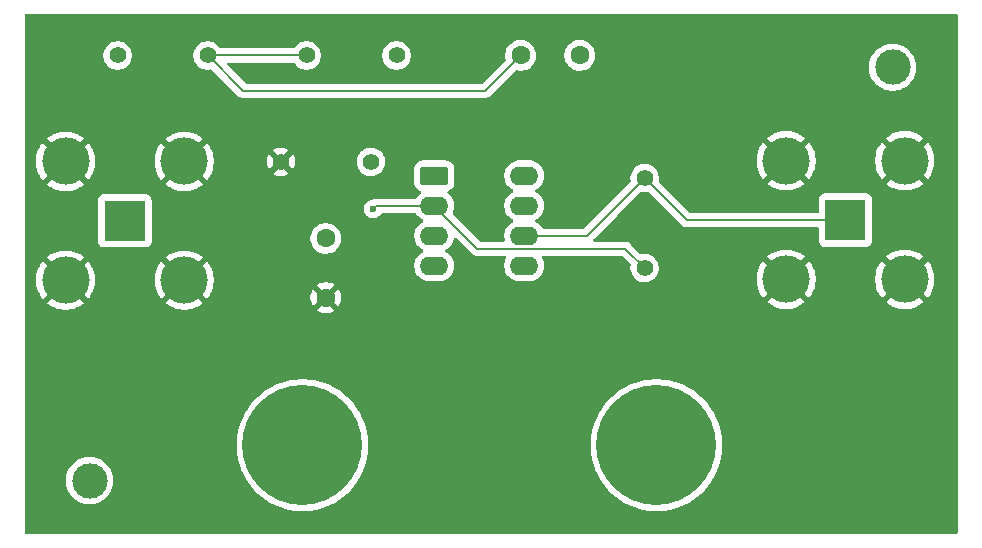
<source format=gbl>
%TF.GenerationSoftware,KiCad,Pcbnew,9.0.2*%
%TF.CreationDate,2025-05-26T17:46:23-04:00*%
%TF.ProjectId,Second_Order_Low_Pass_Filter_Ac,5365636f-6e64-45f4-9f72-6465725f4c6f,rev?*%
%TF.SameCoordinates,Original*%
%TF.FileFunction,Copper,L2,Bot*%
%TF.FilePolarity,Positive*%
%FSLAX46Y46*%
G04 Gerber Fmt 4.6, Leading zero omitted, Abs format (unit mm)*
G04 Created by KiCad (PCBNEW 9.0.2) date 2025-05-26 17:46:23*
%MOMM*%
%LPD*%
G01*
G04 APERTURE LIST*
G04 Aperture macros list*
%AMRoundRect*
0 Rectangle with rounded corners*
0 $1 Rounding radius*
0 $2 $3 $4 $5 $6 $7 $8 $9 X,Y pos of 4 corners*
0 Add a 4 corners polygon primitive as box body*
4,1,4,$2,$3,$4,$5,$6,$7,$8,$9,$2,$3,0*
0 Add four circle primitives for the rounded corners*
1,1,$1+$1,$2,$3*
1,1,$1+$1,$4,$5*
1,1,$1+$1,$6,$7*
1,1,$1+$1,$8,$9*
0 Add four rect primitives between the rounded corners*
20,1,$1+$1,$2,$3,$4,$5,0*
20,1,$1+$1,$4,$5,$6,$7,0*
20,1,$1+$1,$6,$7,$8,$9,0*
20,1,$1+$1,$8,$9,$2,$3,0*%
G04 Aperture macros list end*
%TA.AperFunction,ComponentPad*%
%ADD10C,3.000000*%
%TD*%
%TA.AperFunction,ComponentPad*%
%ADD11C,10.160000*%
%TD*%
%TA.AperFunction,ComponentPad*%
%ADD12RoundRect,0.250000X-0.950000X-0.550000X0.950000X-0.550000X0.950000X0.550000X-0.950000X0.550000X0*%
%TD*%
%TA.AperFunction,ComponentPad*%
%ADD13O,2.400000X1.600000*%
%TD*%
%TA.AperFunction,ComponentPad*%
%ADD14C,1.400000*%
%TD*%
%TA.AperFunction,ComponentPad*%
%ADD15R,3.500000X3.500000*%
%TD*%
%TA.AperFunction,ComponentPad*%
%ADD16C,4.000000*%
%TD*%
%TA.AperFunction,ComponentPad*%
%ADD17C,1.600000*%
%TD*%
%TA.AperFunction,ViaPad*%
%ADD18C,0.600000*%
%TD*%
%TA.AperFunction,Conductor*%
%ADD19C,0.200000*%
%TD*%
G04 APERTURE END LIST*
D10*
%TO.P,REF\u002A\u002A,1*%
%TO.N,N/C*%
X184000000Y-80000000D03*
%TD*%
%TO.P,REF\u002A\u002A,1*%
%TO.N,N/C*%
X116000000Y-115000000D03*
%TD*%
D11*
%TO.P,J3,1,Pin_1*%
%TO.N,+10V*%
X164000000Y-112000000D03*
%TO.P,J3,2,Pin_2*%
%TO.N,-10V*%
X134030000Y-112000000D03*
%TD*%
D12*
%TO.P,U1,1,NULL*%
%TO.N,unconnected-(U1-NULL-Pad1)*%
X145190000Y-89190000D03*
D13*
%TO.P,U1,2,-*%
%TO.N,Net-(U1--)*%
X145190000Y-91730000D03*
%TO.P,U1,3,+*%
%TO.N,Net-(U1-+)*%
X145190000Y-94270000D03*
%TO.P,U1,4,V-*%
%TO.N,-10V*%
X145190000Y-96810000D03*
%TO.P,U1,5,NULL*%
%TO.N,unconnected-(U1-NULL-Pad5)*%
X152810000Y-96810000D03*
%TO.P,U1,6*%
%TO.N,Net-(J2-In)*%
X152810000Y-94270000D03*
%TO.P,U1,7,V+*%
%TO.N,+10V*%
X152810000Y-91730000D03*
%TO.P,U1,8,NC*%
%TO.N,unconnected-(U1-NC-Pad8)*%
X152810000Y-89190000D03*
%TD*%
D14*
%TO.P,R4,1*%
%TO.N,GND*%
X132190000Y-88000000D03*
%TO.P,R4,2*%
%TO.N,Net-(U1--)*%
X139810000Y-88000000D03*
%TD*%
%TO.P,R3,1*%
%TO.N,Net-(U1--)*%
X163000000Y-97000000D03*
%TO.P,R3,2*%
%TO.N,Net-(J2-In)*%
X163000000Y-89380000D03*
%TD*%
%TO.P,R2,1*%
%TO.N,Net-(C1-Pad2)*%
X134380000Y-79000000D03*
%TO.P,R2,2*%
%TO.N,Net-(U1-+)*%
X142000000Y-79000000D03*
%TD*%
%TO.P,R1,1*%
%TO.N,Net-(J1-In)*%
X118380000Y-79000000D03*
%TO.P,R1,2*%
%TO.N,Net-(C1-Pad2)*%
X126000000Y-79000000D03*
%TD*%
D15*
%TO.P,J2,1,In*%
%TO.N,Net-(J2-In)*%
X180000000Y-92935000D03*
D16*
%TO.P,J2,2,Ext*%
%TO.N,GND*%
X185025000Y-87910000D03*
X174975000Y-87910000D03*
X185025000Y-97960000D03*
X174975000Y-97960000D03*
%TD*%
D15*
%TO.P,J1,1,In*%
%TO.N,Net-(J1-In)*%
X119000000Y-93000000D03*
D16*
%TO.P,J1,2,Ext*%
%TO.N,GND*%
X113975000Y-98025000D03*
X124025000Y-98025000D03*
X113975000Y-87975000D03*
X124025000Y-87975000D03*
%TD*%
D17*
%TO.P,C2,1*%
%TO.N,Net-(U1-+)*%
X136000000Y-94500000D03*
%TO.P,C2,2*%
%TO.N,GND*%
X136000000Y-99500000D03*
%TD*%
%TO.P,C1,1*%
%TO.N,Net-(J2-In)*%
X157500000Y-79000000D03*
%TO.P,C1,2*%
%TO.N,Net-(C1-Pad2)*%
X152500000Y-79000000D03*
%TD*%
D18*
%TO.N,Net-(U1--)*%
X140000000Y-92000000D03*
%TD*%
D19*
%TO.N,Net-(U1--)*%
X145190000Y-91730000D02*
X140270000Y-91730000D01*
X140270000Y-91730000D02*
X140000000Y-92000000D01*
X145190000Y-91730000D02*
X148831000Y-95371000D01*
X161371000Y-95371000D02*
X163000000Y-97000000D01*
X148831000Y-95371000D02*
X161371000Y-95371000D01*
%TO.N,Net-(J2-In)*%
X152810000Y-94270000D02*
X158110000Y-94270000D01*
X158110000Y-94270000D02*
X163000000Y-89380000D01*
X163000000Y-89380000D02*
X166555000Y-92935000D01*
X166555000Y-92935000D02*
X180000000Y-92935000D01*
%TO.N,Net-(C1-Pad2)*%
X126000000Y-79000000D02*
X129000000Y-82000000D01*
X129000000Y-82000000D02*
X149500000Y-82000000D01*
X149500000Y-82000000D02*
X152500000Y-79000000D01*
X126000000Y-79000000D02*
X134380000Y-79000000D01*
%TD*%
%TA.AperFunction,Conductor*%
%TO.N,GND*%
G36*
X189442539Y-75520185D02*
G01*
X189488294Y-75572989D01*
X189499500Y-75624500D01*
X189499500Y-119375500D01*
X189479815Y-119442539D01*
X189427011Y-119488294D01*
X189375500Y-119499500D01*
X110624500Y-119499500D01*
X110557461Y-119479815D01*
X110511706Y-119427011D01*
X110500500Y-119375500D01*
X110500500Y-114868872D01*
X113999500Y-114868872D01*
X113999500Y-115131127D01*
X114026123Y-115333339D01*
X114033730Y-115391116D01*
X114101602Y-115644418D01*
X114101605Y-115644428D01*
X114201953Y-115886690D01*
X114201958Y-115886700D01*
X114333075Y-116113803D01*
X114492718Y-116321851D01*
X114492726Y-116321860D01*
X114678140Y-116507274D01*
X114678148Y-116507281D01*
X114886196Y-116666924D01*
X115113299Y-116798041D01*
X115113309Y-116798046D01*
X115293591Y-116872721D01*
X115355581Y-116898398D01*
X115608884Y-116966270D01*
X115868880Y-117000500D01*
X115868887Y-117000500D01*
X116131113Y-117000500D01*
X116131120Y-117000500D01*
X116391116Y-116966270D01*
X116644419Y-116898398D01*
X116886697Y-116798043D01*
X117113803Y-116666924D01*
X117321851Y-116507282D01*
X117321855Y-116507277D01*
X117321860Y-116507274D01*
X117507274Y-116321860D01*
X117507277Y-116321855D01*
X117507282Y-116321851D01*
X117666924Y-116113803D01*
X117798043Y-115886697D01*
X117898398Y-115644419D01*
X117966270Y-115391116D01*
X118000500Y-115131120D01*
X118000500Y-114868880D01*
X117966270Y-114608884D01*
X117898398Y-114355581D01*
X117891171Y-114338133D01*
X117798046Y-114113309D01*
X117798041Y-114113299D01*
X117666924Y-113886196D01*
X117507281Y-113678148D01*
X117507274Y-113678140D01*
X117321860Y-113492726D01*
X117321851Y-113492718D01*
X117113803Y-113333075D01*
X116886700Y-113201958D01*
X116886690Y-113201953D01*
X116644428Y-113101605D01*
X116644421Y-113101603D01*
X116644419Y-113101602D01*
X116391116Y-113033730D01*
X116333339Y-113026123D01*
X116131127Y-112999500D01*
X116131120Y-112999500D01*
X115868880Y-112999500D01*
X115868872Y-112999500D01*
X115637772Y-113029926D01*
X115608884Y-113033730D01*
X115400601Y-113089539D01*
X115355581Y-113101602D01*
X115355571Y-113101605D01*
X115113309Y-113201953D01*
X115113299Y-113201958D01*
X114886196Y-113333075D01*
X114678148Y-113492718D01*
X114492718Y-113678148D01*
X114333075Y-113886196D01*
X114201958Y-114113299D01*
X114201953Y-114113309D01*
X114101605Y-114355571D01*
X114101602Y-114355581D01*
X114033730Y-114608885D01*
X113999500Y-114868872D01*
X110500500Y-114868872D01*
X110500500Y-111780736D01*
X128449500Y-111780736D01*
X128449500Y-112219263D01*
X128483905Y-112656424D01*
X128483905Y-112656425D01*
X128552503Y-113089539D01*
X128649298Y-113492718D01*
X128654874Y-113515942D01*
X128654878Y-113515953D01*
X128790380Y-113932991D01*
X128865071Y-114113309D01*
X128958197Y-114338133D01*
X129157279Y-114728855D01*
X129157286Y-114728868D01*
X129157289Y-114728873D01*
X129386397Y-115102742D01*
X129386402Y-115102749D01*
X129386404Y-115102752D01*
X129407020Y-115131127D01*
X129644151Y-115457512D01*
X129644161Y-115457526D01*
X129928945Y-115790963D01*
X129928951Y-115790970D01*
X130239030Y-116101049D01*
X130239036Y-116101054D01*
X130572473Y-116385838D01*
X130572480Y-116385843D01*
X130927248Y-116643596D01*
X130927252Y-116643598D01*
X130927257Y-116643602D01*
X131301126Y-116872710D01*
X131301131Y-116872713D01*
X131301136Y-116872715D01*
X131301145Y-116872721D01*
X131691867Y-117071803D01*
X132097003Y-117239617D01*
X132097008Y-117239619D01*
X132203050Y-117274073D01*
X132514058Y-117375126D01*
X132940458Y-117477496D01*
X133373576Y-117546095D01*
X133810742Y-117580500D01*
X133810750Y-117580500D01*
X134249250Y-117580500D01*
X134249258Y-117580500D01*
X134686424Y-117546095D01*
X135119542Y-117477496D01*
X135545942Y-117375126D01*
X135962997Y-117239617D01*
X136368133Y-117071803D01*
X136758855Y-116872721D01*
X137132752Y-116643596D01*
X137487520Y-116385843D01*
X137820970Y-116101049D01*
X138131049Y-115790970D01*
X138415843Y-115457520D01*
X138673596Y-115102752D01*
X138902721Y-114728855D01*
X139101803Y-114338133D01*
X139269617Y-113932997D01*
X139405126Y-113515942D01*
X139507496Y-113089542D01*
X139576095Y-112656424D01*
X139610500Y-112219258D01*
X139610500Y-111780742D01*
X139610500Y-111780736D01*
X158419500Y-111780736D01*
X158419500Y-112219263D01*
X158453905Y-112656424D01*
X158453905Y-112656425D01*
X158522503Y-113089539D01*
X158619298Y-113492718D01*
X158624874Y-113515942D01*
X158624878Y-113515953D01*
X158760380Y-113932991D01*
X158835071Y-114113309D01*
X158928197Y-114338133D01*
X159127279Y-114728855D01*
X159127286Y-114728868D01*
X159127289Y-114728873D01*
X159356397Y-115102742D01*
X159356402Y-115102749D01*
X159356404Y-115102752D01*
X159377020Y-115131127D01*
X159614151Y-115457512D01*
X159614161Y-115457526D01*
X159898945Y-115790963D01*
X159898951Y-115790970D01*
X160209030Y-116101049D01*
X160209036Y-116101054D01*
X160542473Y-116385838D01*
X160542480Y-116385843D01*
X160897248Y-116643596D01*
X160897252Y-116643598D01*
X160897257Y-116643602D01*
X161271126Y-116872710D01*
X161271131Y-116872713D01*
X161271136Y-116872715D01*
X161271145Y-116872721D01*
X161661867Y-117071803D01*
X162067003Y-117239617D01*
X162067008Y-117239619D01*
X162173050Y-117274073D01*
X162484058Y-117375126D01*
X162910458Y-117477496D01*
X163343576Y-117546095D01*
X163780742Y-117580500D01*
X163780750Y-117580500D01*
X164219250Y-117580500D01*
X164219258Y-117580500D01*
X164656424Y-117546095D01*
X165089542Y-117477496D01*
X165515942Y-117375126D01*
X165932997Y-117239617D01*
X166338133Y-117071803D01*
X166728855Y-116872721D01*
X167102752Y-116643596D01*
X167457520Y-116385843D01*
X167790970Y-116101049D01*
X168101049Y-115790970D01*
X168385843Y-115457520D01*
X168643596Y-115102752D01*
X168872721Y-114728855D01*
X169071803Y-114338133D01*
X169239617Y-113932997D01*
X169375126Y-113515942D01*
X169477496Y-113089542D01*
X169546095Y-112656424D01*
X169580500Y-112219258D01*
X169580500Y-111780742D01*
X169546095Y-111343576D01*
X169477496Y-110910458D01*
X169375126Y-110484058D01*
X169239617Y-110067003D01*
X169071803Y-109661867D01*
X168872721Y-109271145D01*
X168872715Y-109271136D01*
X168872713Y-109271131D01*
X168872710Y-109271126D01*
X168643602Y-108897257D01*
X168643598Y-108897252D01*
X168643596Y-108897248D01*
X168385843Y-108542480D01*
X168385838Y-108542473D01*
X168101054Y-108209036D01*
X168101049Y-108209030D01*
X167790970Y-107898951D01*
X167790963Y-107898945D01*
X167457526Y-107614161D01*
X167457512Y-107614151D01*
X167102753Y-107356405D01*
X167102742Y-107356397D01*
X166728873Y-107127289D01*
X166728868Y-107127286D01*
X166728858Y-107127281D01*
X166728855Y-107127279D01*
X166338133Y-106928197D01*
X166338119Y-106928191D01*
X165932991Y-106760380D01*
X165636256Y-106663966D01*
X165515942Y-106624874D01*
X165515930Y-106624871D01*
X165089539Y-106522503D01*
X164656425Y-106453905D01*
X164219263Y-106419500D01*
X164219258Y-106419500D01*
X163780742Y-106419500D01*
X163780736Y-106419500D01*
X163343575Y-106453905D01*
X163343574Y-106453905D01*
X162910460Y-106522503D01*
X162484069Y-106624871D01*
X162484063Y-106624872D01*
X162484058Y-106624874D01*
X162484046Y-106624878D01*
X162067008Y-106760380D01*
X161661880Y-106928191D01*
X161661867Y-106928197D01*
X161271131Y-107127286D01*
X161271126Y-107127289D01*
X160897257Y-107356397D01*
X160897246Y-107356405D01*
X160542487Y-107614151D01*
X160542473Y-107614161D01*
X160209036Y-107898945D01*
X160209022Y-107898958D01*
X159898958Y-108209022D01*
X159898945Y-108209036D01*
X159614161Y-108542473D01*
X159614151Y-108542487D01*
X159356405Y-108897246D01*
X159356397Y-108897257D01*
X159127289Y-109271126D01*
X159127286Y-109271131D01*
X158928197Y-109661867D01*
X158928191Y-109661880D01*
X158760380Y-110067008D01*
X158624878Y-110484046D01*
X158624871Y-110484069D01*
X158522503Y-110910460D01*
X158453905Y-111343574D01*
X158453905Y-111343575D01*
X158419500Y-111780736D01*
X139610500Y-111780736D01*
X139576095Y-111343576D01*
X139507496Y-110910458D01*
X139405126Y-110484058D01*
X139269617Y-110067003D01*
X139101803Y-109661867D01*
X138902721Y-109271145D01*
X138902715Y-109271136D01*
X138902713Y-109271131D01*
X138902710Y-109271126D01*
X138673602Y-108897257D01*
X138673598Y-108897252D01*
X138673596Y-108897248D01*
X138415843Y-108542480D01*
X138415838Y-108542473D01*
X138131054Y-108209036D01*
X138131049Y-108209030D01*
X137820970Y-107898951D01*
X137820963Y-107898945D01*
X137487526Y-107614161D01*
X137487512Y-107614151D01*
X137132753Y-107356405D01*
X137132742Y-107356397D01*
X136758873Y-107127289D01*
X136758868Y-107127286D01*
X136758858Y-107127281D01*
X136758855Y-107127279D01*
X136368133Y-106928197D01*
X136368119Y-106928191D01*
X135962991Y-106760380D01*
X135666256Y-106663966D01*
X135545942Y-106624874D01*
X135545930Y-106624871D01*
X135119539Y-106522503D01*
X134686425Y-106453905D01*
X134249263Y-106419500D01*
X134249258Y-106419500D01*
X133810742Y-106419500D01*
X133810736Y-106419500D01*
X133373575Y-106453905D01*
X133373574Y-106453905D01*
X132940460Y-106522503D01*
X132514069Y-106624871D01*
X132514063Y-106624872D01*
X132514058Y-106624874D01*
X132514046Y-106624878D01*
X132097008Y-106760380D01*
X131691880Y-106928191D01*
X131691867Y-106928197D01*
X131301131Y-107127286D01*
X131301126Y-107127289D01*
X130927257Y-107356397D01*
X130927246Y-107356405D01*
X130572487Y-107614151D01*
X130572473Y-107614161D01*
X130239036Y-107898945D01*
X130239022Y-107898958D01*
X129928958Y-108209022D01*
X129928945Y-108209036D01*
X129644161Y-108542473D01*
X129644151Y-108542487D01*
X129386405Y-108897246D01*
X129386397Y-108897257D01*
X129157289Y-109271126D01*
X129157286Y-109271131D01*
X128958197Y-109661867D01*
X128958191Y-109661880D01*
X128790380Y-110067008D01*
X128654878Y-110484046D01*
X128654871Y-110484069D01*
X128552503Y-110910460D01*
X128483905Y-111343574D01*
X128483905Y-111343575D01*
X128449500Y-111780736D01*
X110500500Y-111780736D01*
X110500500Y-97884598D01*
X111475000Y-97884598D01*
X111475000Y-98165401D01*
X111506437Y-98444412D01*
X111506439Y-98444424D01*
X111568921Y-98718178D01*
X111568922Y-98718180D01*
X111661662Y-98983217D01*
X111783492Y-99236200D01*
X111932884Y-99473956D01*
X112039187Y-99607257D01*
X113297421Y-98349024D01*
X113310359Y-98380258D01*
X113392437Y-98503097D01*
X113496903Y-98607563D01*
X113619742Y-98689641D01*
X113650975Y-98702578D01*
X112392741Y-99960810D01*
X112392741Y-99960811D01*
X112526043Y-100067115D01*
X112763799Y-100216507D01*
X113016782Y-100338337D01*
X113281819Y-100431077D01*
X113281821Y-100431078D01*
X113555575Y-100493560D01*
X113555587Y-100493562D01*
X113834598Y-100524999D01*
X113834600Y-100525000D01*
X114115400Y-100525000D01*
X114115401Y-100524999D01*
X114394412Y-100493562D01*
X114394424Y-100493560D01*
X114668178Y-100431078D01*
X114668180Y-100431077D01*
X114933217Y-100338337D01*
X115186200Y-100216507D01*
X115423956Y-100067116D01*
X115557257Y-99960810D01*
X114299024Y-98702578D01*
X114330258Y-98689641D01*
X114453097Y-98607563D01*
X114557563Y-98503097D01*
X114639641Y-98380258D01*
X114652578Y-98349025D01*
X115910810Y-99607257D01*
X116017116Y-99473956D01*
X116166507Y-99236200D01*
X116288337Y-98983217D01*
X116381077Y-98718180D01*
X116381078Y-98718178D01*
X116443560Y-98444424D01*
X116443562Y-98444412D01*
X116474999Y-98165401D01*
X116475000Y-98165399D01*
X116475000Y-97884600D01*
X116474999Y-97884598D01*
X121525000Y-97884598D01*
X121525000Y-98165401D01*
X121556437Y-98444412D01*
X121556439Y-98444424D01*
X121618921Y-98718178D01*
X121618922Y-98718180D01*
X121711662Y-98983217D01*
X121833492Y-99236200D01*
X121982884Y-99473956D01*
X122089187Y-99607257D01*
X123347421Y-98349024D01*
X123360359Y-98380258D01*
X123442437Y-98503097D01*
X123546903Y-98607563D01*
X123669742Y-98689641D01*
X123700975Y-98702578D01*
X122442741Y-99960810D01*
X122442741Y-99960811D01*
X122576043Y-100067115D01*
X122813799Y-100216507D01*
X123066782Y-100338337D01*
X123331819Y-100431077D01*
X123331821Y-100431078D01*
X123605575Y-100493560D01*
X123605587Y-100493562D01*
X123884598Y-100524999D01*
X123884600Y-100525000D01*
X124165400Y-100525000D01*
X124165401Y-100524999D01*
X124444412Y-100493562D01*
X124444424Y-100493560D01*
X124718178Y-100431078D01*
X124718180Y-100431077D01*
X124763631Y-100415173D01*
X124763633Y-100415173D01*
X124983219Y-100338336D01*
X125236200Y-100216507D01*
X125473956Y-100067116D01*
X125607257Y-99960810D01*
X124349024Y-98702578D01*
X124380258Y-98689641D01*
X124503097Y-98607563D01*
X124607563Y-98503097D01*
X124689641Y-98380258D01*
X124702578Y-98349024D01*
X125960810Y-99607257D01*
X126067116Y-99473956D01*
X126115042Y-99397682D01*
X134700000Y-99397682D01*
X134700000Y-99602317D01*
X134732009Y-99804417D01*
X134795244Y-99999031D01*
X134888141Y-100181350D01*
X134888147Y-100181359D01*
X134920523Y-100225921D01*
X134920524Y-100225922D01*
X135600000Y-99546446D01*
X135600000Y-99552661D01*
X135627259Y-99654394D01*
X135679920Y-99745606D01*
X135754394Y-99820080D01*
X135845606Y-99872741D01*
X135947339Y-99900000D01*
X135953553Y-99900000D01*
X135274076Y-100579474D01*
X135318650Y-100611859D01*
X135500968Y-100704755D01*
X135695582Y-100767990D01*
X135897683Y-100800000D01*
X136102317Y-100800000D01*
X136304417Y-100767990D01*
X136499031Y-100704755D01*
X136681349Y-100611859D01*
X136725921Y-100579474D01*
X136046447Y-99900000D01*
X136052661Y-99900000D01*
X136154394Y-99872741D01*
X136245606Y-99820080D01*
X136320080Y-99745606D01*
X136372741Y-99654394D01*
X136400000Y-99552661D01*
X136400000Y-99546447D01*
X137079474Y-100225921D01*
X137111859Y-100181349D01*
X137204755Y-99999031D01*
X137266487Y-99809045D01*
X137267989Y-99804419D01*
X137267989Y-99804418D01*
X137300000Y-99602317D01*
X137300000Y-99397682D01*
X137267990Y-99195582D01*
X137204755Y-99000968D01*
X137111859Y-98818650D01*
X137079474Y-98774077D01*
X137079474Y-98774076D01*
X136400000Y-99453551D01*
X136400000Y-99447339D01*
X136372741Y-99345606D01*
X136320080Y-99254394D01*
X136245606Y-99179920D01*
X136154394Y-99127259D01*
X136052661Y-99100000D01*
X136046446Y-99100000D01*
X136725922Y-98420524D01*
X136725921Y-98420523D01*
X136681359Y-98388147D01*
X136681350Y-98388141D01*
X136499031Y-98295244D01*
X136304417Y-98232009D01*
X136102317Y-98200000D01*
X135897683Y-98200000D01*
X135695582Y-98232009D01*
X135500968Y-98295244D01*
X135318644Y-98388143D01*
X135274077Y-98420523D01*
X135274077Y-98420524D01*
X135953554Y-99100000D01*
X135947339Y-99100000D01*
X135845606Y-99127259D01*
X135754394Y-99179920D01*
X135679920Y-99254394D01*
X135627259Y-99345606D01*
X135600000Y-99447339D01*
X135600000Y-99453553D01*
X134920524Y-98774077D01*
X134920523Y-98774077D01*
X134888143Y-98818644D01*
X134795244Y-99000968D01*
X134732009Y-99195582D01*
X134700000Y-99397682D01*
X126115042Y-99397682D01*
X126159553Y-99326844D01*
X126159554Y-99326842D01*
X126216504Y-99236205D01*
X126216505Y-99236204D01*
X126338337Y-98983217D01*
X126431077Y-98718180D01*
X126431078Y-98718178D01*
X126493560Y-98444427D01*
X126493563Y-98444409D01*
X126524999Y-98165401D01*
X126525000Y-98165399D01*
X126525000Y-97884600D01*
X126524999Y-97884598D01*
X126493562Y-97605587D01*
X126493560Y-97605575D01*
X126431078Y-97331821D01*
X126431077Y-97331819D01*
X126338337Y-97066782D01*
X126216507Y-96813799D01*
X126067115Y-96576043D01*
X125960810Y-96442741D01*
X124702578Y-97700974D01*
X124689641Y-97669742D01*
X124607563Y-97546903D01*
X124503097Y-97442437D01*
X124380258Y-97360359D01*
X124349024Y-97347421D01*
X125607257Y-96089187D01*
X125473956Y-95982884D01*
X125236200Y-95833492D01*
X124983217Y-95711662D01*
X124718180Y-95618922D01*
X124718178Y-95618921D01*
X124444424Y-95556439D01*
X124444412Y-95556437D01*
X124165401Y-95525000D01*
X123884598Y-95525000D01*
X123605587Y-95556437D01*
X123605575Y-95556439D01*
X123331821Y-95618921D01*
X123331819Y-95618922D01*
X123066782Y-95711662D01*
X122813799Y-95833492D01*
X122576043Y-95982884D01*
X122442741Y-96089187D01*
X123700975Y-97347421D01*
X123669742Y-97360359D01*
X123546903Y-97442437D01*
X123442437Y-97546903D01*
X123360359Y-97669742D01*
X123347421Y-97700974D01*
X122089187Y-96442741D01*
X121982884Y-96576043D01*
X121833492Y-96813799D01*
X121711662Y-97066782D01*
X121618922Y-97331819D01*
X121618921Y-97331821D01*
X121556439Y-97605575D01*
X121556437Y-97605587D01*
X121525000Y-97884598D01*
X116474999Y-97884598D01*
X116443562Y-97605587D01*
X116443560Y-97605575D01*
X116381078Y-97331821D01*
X116381077Y-97331819D01*
X116288337Y-97066782D01*
X116166507Y-96813799D01*
X116017115Y-96576043D01*
X115910810Y-96442741D01*
X114652577Y-97700973D01*
X114639641Y-97669742D01*
X114557563Y-97546903D01*
X114453097Y-97442437D01*
X114330258Y-97360359D01*
X114299024Y-97347421D01*
X115557257Y-96089187D01*
X115423956Y-95982884D01*
X115186200Y-95833492D01*
X114933217Y-95711662D01*
X114668180Y-95618922D01*
X114668178Y-95618921D01*
X114394424Y-95556439D01*
X114394412Y-95556437D01*
X114115401Y-95525000D01*
X113834598Y-95525000D01*
X113555587Y-95556437D01*
X113555575Y-95556439D01*
X113281821Y-95618921D01*
X113281819Y-95618922D01*
X113016782Y-95711662D01*
X112763799Y-95833492D01*
X112526043Y-95982884D01*
X112392741Y-96089187D01*
X113650975Y-97347421D01*
X113619742Y-97360359D01*
X113496903Y-97442437D01*
X113392437Y-97546903D01*
X113310359Y-97669742D01*
X113297421Y-97700974D01*
X112039187Y-96442741D01*
X111932884Y-96576043D01*
X111783492Y-96813799D01*
X111661662Y-97066782D01*
X111568922Y-97331819D01*
X111568921Y-97331821D01*
X111506439Y-97605575D01*
X111506437Y-97605587D01*
X111475000Y-97884598D01*
X110500500Y-97884598D01*
X110500500Y-91202135D01*
X116749500Y-91202135D01*
X116749500Y-94797870D01*
X116749501Y-94797876D01*
X116755908Y-94857483D01*
X116806202Y-94992328D01*
X116806206Y-94992335D01*
X116892452Y-95107544D01*
X116892455Y-95107547D01*
X117007664Y-95193793D01*
X117007671Y-95193797D01*
X117142517Y-95244091D01*
X117142516Y-95244091D01*
X117149444Y-95244835D01*
X117202127Y-95250500D01*
X120797872Y-95250499D01*
X120857483Y-95244091D01*
X120992331Y-95193796D01*
X121107546Y-95107546D01*
X121193796Y-94992331D01*
X121244091Y-94857483D01*
X121250500Y-94797873D01*
X121250500Y-94397648D01*
X134699500Y-94397648D01*
X134699500Y-94602351D01*
X134731522Y-94804534D01*
X134794781Y-94999223D01*
X134887715Y-95181613D01*
X135008028Y-95347213D01*
X135152786Y-95491971D01*
X135304934Y-95602511D01*
X135318390Y-95612287D01*
X135385855Y-95646662D01*
X135500776Y-95705218D01*
X135500778Y-95705218D01*
X135500781Y-95705220D01*
X135605137Y-95739127D01*
X135695465Y-95768477D01*
X135796557Y-95784488D01*
X135897648Y-95800500D01*
X135897649Y-95800500D01*
X136102351Y-95800500D01*
X136102352Y-95800500D01*
X136304534Y-95768477D01*
X136499219Y-95705220D01*
X136681610Y-95612287D01*
X136788414Y-95534690D01*
X136847213Y-95491971D01*
X136847215Y-95491968D01*
X136847219Y-95491966D01*
X136991966Y-95347219D01*
X136991968Y-95347215D01*
X136991971Y-95347213D01*
X137062236Y-95250500D01*
X137112287Y-95181610D01*
X137205220Y-94999219D01*
X137268477Y-94804534D01*
X137300500Y-94602352D01*
X137300500Y-94397648D01*
X137268477Y-94195466D01*
X137259438Y-94167648D01*
X137205218Y-94000776D01*
X137171503Y-93934607D01*
X137112287Y-93818390D01*
X137104556Y-93807749D01*
X136991971Y-93652786D01*
X136847213Y-93508028D01*
X136681613Y-93387715D01*
X136681612Y-93387714D01*
X136681610Y-93387713D01*
X136624653Y-93358691D01*
X136499223Y-93294781D01*
X136304534Y-93231522D01*
X136129995Y-93203878D01*
X136102352Y-93199500D01*
X135897648Y-93199500D01*
X135873329Y-93203351D01*
X135695465Y-93231522D01*
X135500776Y-93294781D01*
X135318386Y-93387715D01*
X135152786Y-93508028D01*
X135008028Y-93652786D01*
X134887715Y-93818386D01*
X134794781Y-94000776D01*
X134731522Y-94195465D01*
X134699500Y-94397648D01*
X121250500Y-94397648D01*
X121250499Y-91921153D01*
X139199500Y-91921153D01*
X139199500Y-92078846D01*
X139230261Y-92233489D01*
X139230264Y-92233501D01*
X139290602Y-92379172D01*
X139290609Y-92379185D01*
X139378210Y-92510288D01*
X139378213Y-92510292D01*
X139489707Y-92621786D01*
X139489711Y-92621789D01*
X139620814Y-92709390D01*
X139620827Y-92709397D01*
X139766498Y-92769735D01*
X139766503Y-92769737D01*
X139921153Y-92800499D01*
X139921156Y-92800500D01*
X139921158Y-92800500D01*
X140078844Y-92800500D01*
X140078845Y-92800499D01*
X140233497Y-92769737D01*
X140379179Y-92709394D01*
X140510289Y-92621789D01*
X140621789Y-92510289D01*
X140695940Y-92399315D01*
X140705098Y-92385609D01*
X140758710Y-92340804D01*
X140808200Y-92330500D01*
X143560398Y-92330500D01*
X143627437Y-92350185D01*
X143670882Y-92398204D01*
X143672662Y-92401696D01*
X143677715Y-92411614D01*
X143798028Y-92577213D01*
X143942786Y-92721971D01*
X144097749Y-92834556D01*
X144108390Y-92842287D01*
X144199840Y-92888883D01*
X144201080Y-92889515D01*
X144251876Y-92937490D01*
X144268671Y-93005311D01*
X144246134Y-93071446D01*
X144201080Y-93110485D01*
X144108386Y-93157715D01*
X143942786Y-93278028D01*
X143798028Y-93422786D01*
X143677715Y-93588386D01*
X143584781Y-93770776D01*
X143521522Y-93965465D01*
X143489500Y-94167648D01*
X143489500Y-94372351D01*
X143521522Y-94574534D01*
X143584781Y-94769223D01*
X143615534Y-94829578D01*
X143665344Y-94927335D01*
X143677715Y-94951613D01*
X143798028Y-95117213D01*
X143942786Y-95261971D01*
X144097749Y-95374556D01*
X144108390Y-95382287D01*
X144199840Y-95428883D01*
X144201080Y-95429515D01*
X144251876Y-95477490D01*
X144268671Y-95545311D01*
X144246134Y-95611446D01*
X144201080Y-95650485D01*
X144108386Y-95697715D01*
X143942786Y-95818028D01*
X143798028Y-95962786D01*
X143677715Y-96128386D01*
X143584781Y-96310776D01*
X143521522Y-96505465D01*
X143489500Y-96707648D01*
X143489500Y-96912351D01*
X143521522Y-97114534D01*
X143584781Y-97309223D01*
X143677715Y-97491613D01*
X143798028Y-97657213D01*
X143942786Y-97801971D01*
X144058625Y-97886131D01*
X144108390Y-97922287D01*
X144182408Y-97960001D01*
X144290776Y-98015218D01*
X144290778Y-98015218D01*
X144290781Y-98015220D01*
X144348177Y-98033869D01*
X144485465Y-98078477D01*
X144586557Y-98094488D01*
X144687648Y-98110500D01*
X144687649Y-98110500D01*
X145692351Y-98110500D01*
X145692352Y-98110500D01*
X145894534Y-98078477D01*
X146089219Y-98015220D01*
X146271610Y-97922287D01*
X146412948Y-97819600D01*
X146437213Y-97801971D01*
X146437215Y-97801968D01*
X146437219Y-97801966D01*
X146581966Y-97657219D01*
X146581968Y-97657215D01*
X146581971Y-97657213D01*
X146634732Y-97584590D01*
X146702287Y-97491610D01*
X146795220Y-97309219D01*
X146858477Y-97114534D01*
X146890500Y-96912352D01*
X146890500Y-96707648D01*
X146879654Y-96639168D01*
X146858477Y-96505465D01*
X146829127Y-96415137D01*
X146795220Y-96310781D01*
X146795218Y-96310778D01*
X146795218Y-96310776D01*
X146714212Y-96151795D01*
X146702287Y-96128390D01*
X146670263Y-96084312D01*
X146581971Y-95962786D01*
X146437213Y-95818028D01*
X146271614Y-95697715D01*
X146265006Y-95694348D01*
X146178917Y-95650483D01*
X146128123Y-95602511D01*
X146111328Y-95534690D01*
X146133865Y-95468555D01*
X146178917Y-95429516D01*
X146271610Y-95382287D01*
X146292770Y-95366913D01*
X146437213Y-95261971D01*
X146437215Y-95261968D01*
X146437219Y-95261966D01*
X146581966Y-95117219D01*
X146581968Y-95117215D01*
X146581971Y-95117213D01*
X146667697Y-94999219D01*
X146702287Y-94951610D01*
X146795220Y-94769219D01*
X146858477Y-94574534D01*
X146865093Y-94532761D01*
X146895020Y-94469631D01*
X146954330Y-94432699D01*
X147024193Y-94433695D01*
X147075245Y-94464480D01*
X148462284Y-95851520D01*
X148462286Y-95851521D01*
X148462290Y-95851524D01*
X148524522Y-95887453D01*
X148599216Y-95930577D01*
X148751943Y-95971501D01*
X148751945Y-95971501D01*
X148917654Y-95971501D01*
X148917670Y-95971500D01*
X151175303Y-95971500D01*
X151242342Y-95991185D01*
X151288097Y-96043989D01*
X151298041Y-96113147D01*
X151285788Y-96151795D01*
X151204781Y-96310776D01*
X151141522Y-96505465D01*
X151109500Y-96707648D01*
X151109500Y-96912351D01*
X151141522Y-97114534D01*
X151204781Y-97309223D01*
X151297715Y-97491613D01*
X151418028Y-97657213D01*
X151562786Y-97801971D01*
X151678625Y-97886131D01*
X151728390Y-97922287D01*
X151802408Y-97960001D01*
X151910776Y-98015218D01*
X151910778Y-98015218D01*
X151910781Y-98015220D01*
X151968177Y-98033869D01*
X152105465Y-98078477D01*
X152206557Y-98094488D01*
X152307648Y-98110500D01*
X152307649Y-98110500D01*
X153312351Y-98110500D01*
X153312352Y-98110500D01*
X153514534Y-98078477D01*
X153709219Y-98015220D01*
X153891610Y-97922287D01*
X154032948Y-97819600D01*
X154057213Y-97801971D01*
X154057215Y-97801968D01*
X154057219Y-97801966D01*
X154201966Y-97657219D01*
X154201968Y-97657215D01*
X154201971Y-97657213D01*
X154254732Y-97584590D01*
X154322287Y-97491610D01*
X154415220Y-97309219D01*
X154478477Y-97114534D01*
X154510500Y-96912352D01*
X154510500Y-96707648D01*
X154499654Y-96639168D01*
X154478477Y-96505465D01*
X154449127Y-96415137D01*
X154415220Y-96310781D01*
X154415218Y-96310778D01*
X154415218Y-96310776D01*
X154334212Y-96151795D01*
X154321316Y-96083126D01*
X154347592Y-96018386D01*
X154404698Y-95978128D01*
X154444697Y-95971500D01*
X161070903Y-95971500D01*
X161137942Y-95991185D01*
X161158584Y-96007819D01*
X161789933Y-96639168D01*
X161823418Y-96700491D01*
X161824725Y-96746247D01*
X161799500Y-96905513D01*
X161799500Y-97094486D01*
X161829059Y-97281118D01*
X161887454Y-97460836D01*
X161961203Y-97605575D01*
X161973240Y-97629199D01*
X162084310Y-97782073D01*
X162217927Y-97915690D01*
X162370801Y-98026760D01*
X162450347Y-98067290D01*
X162539163Y-98112545D01*
X162539165Y-98112545D01*
X162539168Y-98112547D01*
X162635497Y-98143846D01*
X162718881Y-98170940D01*
X162905514Y-98200500D01*
X162905519Y-98200500D01*
X163094486Y-98200500D01*
X163281118Y-98170940D01*
X163298171Y-98165399D01*
X163460832Y-98112547D01*
X163464850Y-98110500D01*
X163484674Y-98100399D01*
X163629199Y-98026760D01*
X163782073Y-97915690D01*
X163878165Y-97819598D01*
X172475000Y-97819598D01*
X172475000Y-98100401D01*
X172506437Y-98379412D01*
X172506439Y-98379424D01*
X172568921Y-98653178D01*
X172568922Y-98653180D01*
X172661662Y-98918217D01*
X172783492Y-99171200D01*
X172932884Y-99408956D01*
X173039187Y-99542257D01*
X174297421Y-98284024D01*
X174310359Y-98315258D01*
X174392437Y-98438097D01*
X174496903Y-98542563D01*
X174619742Y-98624641D01*
X174650975Y-98637578D01*
X173392741Y-99895810D01*
X173392741Y-99895811D01*
X173526043Y-100002115D01*
X173763799Y-100151507D01*
X174016782Y-100273337D01*
X174281819Y-100366077D01*
X174281821Y-100366078D01*
X174555575Y-100428560D01*
X174555587Y-100428562D01*
X174834598Y-100459999D01*
X174834600Y-100460000D01*
X175115400Y-100460000D01*
X175115401Y-100459999D01*
X175394412Y-100428562D01*
X175394424Y-100428560D01*
X175668178Y-100366078D01*
X175668180Y-100366077D01*
X175933217Y-100273337D01*
X176186200Y-100151507D01*
X176423956Y-100002116D01*
X176557257Y-99895810D01*
X175299024Y-98637578D01*
X175330258Y-98624641D01*
X175453097Y-98542563D01*
X175557563Y-98438097D01*
X175639641Y-98315258D01*
X175652578Y-98284025D01*
X176910810Y-99542257D01*
X177017116Y-99408956D01*
X177166507Y-99171200D01*
X177288337Y-98918217D01*
X177381077Y-98653180D01*
X177381078Y-98653178D01*
X177443560Y-98379424D01*
X177443562Y-98379412D01*
X177474999Y-98100401D01*
X177475000Y-98100399D01*
X177475000Y-97819600D01*
X177474999Y-97819598D01*
X182525000Y-97819598D01*
X182525000Y-98100401D01*
X182556437Y-98379412D01*
X182556439Y-98379424D01*
X182618921Y-98653178D01*
X182618922Y-98653180D01*
X182711662Y-98918217D01*
X182833492Y-99171200D01*
X182982884Y-99408956D01*
X183089187Y-99542257D01*
X184347421Y-98284024D01*
X184360359Y-98315258D01*
X184442437Y-98438097D01*
X184546903Y-98542563D01*
X184669742Y-98624641D01*
X184700975Y-98637578D01*
X183442741Y-99895810D01*
X183442741Y-99895811D01*
X183576043Y-100002115D01*
X183813799Y-100151507D01*
X184066782Y-100273337D01*
X184331819Y-100366077D01*
X184331821Y-100366078D01*
X184605575Y-100428560D01*
X184605587Y-100428562D01*
X184884598Y-100459999D01*
X184884600Y-100460000D01*
X185165400Y-100460000D01*
X185165401Y-100459999D01*
X185444412Y-100428562D01*
X185444424Y-100428560D01*
X185718178Y-100366078D01*
X185718180Y-100366077D01*
X185983217Y-100273337D01*
X186236200Y-100151507D01*
X186473956Y-100002116D01*
X186607257Y-99895810D01*
X185349024Y-98637578D01*
X185380258Y-98624641D01*
X185503097Y-98542563D01*
X185607563Y-98438097D01*
X185689641Y-98315258D01*
X185702578Y-98284025D01*
X186960810Y-99542257D01*
X187067116Y-99408956D01*
X187216507Y-99171200D01*
X187338337Y-98918217D01*
X187431077Y-98653180D01*
X187431078Y-98653178D01*
X187493560Y-98379424D01*
X187493562Y-98379412D01*
X187524999Y-98100401D01*
X187525000Y-98100399D01*
X187525000Y-97819600D01*
X187524999Y-97819598D01*
X187493562Y-97540587D01*
X187493560Y-97540575D01*
X187431078Y-97266821D01*
X187431077Y-97266819D01*
X187338337Y-97001782D01*
X187216507Y-96748799D01*
X187067115Y-96511043D01*
X186960810Y-96377741D01*
X185702577Y-97635973D01*
X185689641Y-97604742D01*
X185607563Y-97481903D01*
X185503097Y-97377437D01*
X185380258Y-97295359D01*
X185349024Y-97282421D01*
X186607257Y-96024187D01*
X186473956Y-95917884D01*
X186236200Y-95768492D01*
X185983217Y-95646662D01*
X185718180Y-95553922D01*
X185718178Y-95553921D01*
X185444424Y-95491439D01*
X185444412Y-95491437D01*
X185165401Y-95460000D01*
X184884598Y-95460000D01*
X184605587Y-95491437D01*
X184605575Y-95491439D01*
X184331821Y-95553921D01*
X184331819Y-95553922D01*
X184066782Y-95646662D01*
X183813799Y-95768492D01*
X183576043Y-95917884D01*
X183442741Y-96024187D01*
X184700975Y-97282421D01*
X184669742Y-97295359D01*
X184546903Y-97377437D01*
X184442437Y-97481903D01*
X184360359Y-97604742D01*
X184347421Y-97635974D01*
X183089187Y-96377741D01*
X182982884Y-96511043D01*
X182833492Y-96748799D01*
X182711662Y-97001782D01*
X182618922Y-97266819D01*
X182618921Y-97266821D01*
X182556439Y-97540575D01*
X182556437Y-97540587D01*
X182525000Y-97819598D01*
X177474999Y-97819598D01*
X177443562Y-97540587D01*
X177443560Y-97540575D01*
X177381078Y-97266821D01*
X177381077Y-97266819D01*
X177288337Y-97001782D01*
X177166507Y-96748799D01*
X177017115Y-96511043D01*
X176910810Y-96377741D01*
X175652577Y-97635973D01*
X175639641Y-97604742D01*
X175557563Y-97481903D01*
X175453097Y-97377437D01*
X175330258Y-97295359D01*
X175299024Y-97282421D01*
X176557257Y-96024187D01*
X176423956Y-95917884D01*
X176186200Y-95768492D01*
X175933217Y-95646662D01*
X175668180Y-95553922D01*
X175668178Y-95553921D01*
X175394424Y-95491439D01*
X175394412Y-95491437D01*
X175115401Y-95460000D01*
X174834598Y-95460000D01*
X174555587Y-95491437D01*
X174555575Y-95491439D01*
X174281821Y-95553921D01*
X174281819Y-95553922D01*
X174016782Y-95646662D01*
X173763799Y-95768492D01*
X173526043Y-95917884D01*
X173392741Y-96024187D01*
X174650975Y-97282421D01*
X174619742Y-97295359D01*
X174496903Y-97377437D01*
X174392437Y-97481903D01*
X174310359Y-97604742D01*
X174297421Y-97635974D01*
X173039187Y-96377741D01*
X172932884Y-96511043D01*
X172783492Y-96748799D01*
X172661662Y-97001782D01*
X172568922Y-97266819D01*
X172568921Y-97266821D01*
X172506439Y-97540575D01*
X172506437Y-97540587D01*
X172475000Y-97819598D01*
X163878165Y-97819598D01*
X163915690Y-97782073D01*
X164026760Y-97629199D01*
X164112547Y-97460832D01*
X164170940Y-97281118D01*
X164182204Y-97210000D01*
X164200500Y-97094486D01*
X164200500Y-96905513D01*
X164170940Y-96718881D01*
X164112545Y-96539163D01*
X164026759Y-96370800D01*
X163915690Y-96217927D01*
X163782073Y-96084310D01*
X163629199Y-95973240D01*
X163608672Y-95962781D01*
X163460836Y-95887454D01*
X163281118Y-95829059D01*
X163094486Y-95799500D01*
X163094481Y-95799500D01*
X162905519Y-95799500D01*
X162905514Y-95799500D01*
X162746247Y-95824725D01*
X162676953Y-95815770D01*
X162639168Y-95789933D01*
X161858590Y-95009355D01*
X161858588Y-95009352D01*
X161739717Y-94890481D01*
X161739716Y-94890480D01*
X161634228Y-94829577D01*
X161634227Y-94829576D01*
X161602783Y-94811422D01*
X161532097Y-94792482D01*
X161450057Y-94770499D01*
X161291943Y-94770499D01*
X161284347Y-94770499D01*
X161284331Y-94770500D01*
X158758096Y-94770500D01*
X158691057Y-94750815D01*
X158645302Y-94698011D01*
X158635358Y-94628853D01*
X158664383Y-94565297D01*
X158670415Y-94558819D01*
X160652021Y-92577213D01*
X162639169Y-90590064D01*
X162700490Y-90556581D01*
X162746246Y-90555274D01*
X162905514Y-90580500D01*
X162905519Y-90580500D01*
X163094486Y-90580500D01*
X163211017Y-90562042D01*
X163253753Y-90555274D01*
X163323045Y-90564228D01*
X163360831Y-90590066D01*
X166070139Y-93299374D01*
X166070149Y-93299385D01*
X166074479Y-93303715D01*
X166074480Y-93303716D01*
X166186284Y-93415520D01*
X166273095Y-93465639D01*
X166273097Y-93465641D01*
X166323213Y-93494576D01*
X166323215Y-93494577D01*
X166475942Y-93535500D01*
X166475943Y-93535500D01*
X177625501Y-93535500D01*
X177692540Y-93555185D01*
X177738295Y-93607989D01*
X177749501Y-93659500D01*
X177749501Y-94732876D01*
X177755908Y-94792483D01*
X177806202Y-94927328D01*
X177806206Y-94927335D01*
X177892452Y-95042544D01*
X177892455Y-95042547D01*
X178007664Y-95128793D01*
X178007671Y-95128797D01*
X178142517Y-95179091D01*
X178142516Y-95179091D01*
X178149444Y-95179835D01*
X178202127Y-95185500D01*
X181797872Y-95185499D01*
X181857483Y-95179091D01*
X181992331Y-95128796D01*
X182107546Y-95042546D01*
X182193796Y-94927331D01*
X182244091Y-94792483D01*
X182250500Y-94732873D01*
X182250499Y-91137128D01*
X182244091Y-91077517D01*
X182233227Y-91048390D01*
X182193797Y-90942671D01*
X182193793Y-90942664D01*
X182107547Y-90827455D01*
X182107544Y-90827452D01*
X181992335Y-90741206D01*
X181992328Y-90741202D01*
X181857482Y-90690908D01*
X181857483Y-90690908D01*
X181797883Y-90684501D01*
X181797881Y-90684500D01*
X181797873Y-90684500D01*
X181797864Y-90684500D01*
X178202129Y-90684500D01*
X178202123Y-90684501D01*
X178142516Y-90690908D01*
X178007671Y-90741202D01*
X178007664Y-90741206D01*
X177892455Y-90827452D01*
X177892452Y-90827455D01*
X177806206Y-90942664D01*
X177806202Y-90942671D01*
X177755908Y-91077517D01*
X177750320Y-91129499D01*
X177749501Y-91137123D01*
X177749500Y-91137135D01*
X177749500Y-92210500D01*
X177729815Y-92277539D01*
X177677011Y-92323294D01*
X177625500Y-92334500D01*
X166855097Y-92334500D01*
X166788058Y-92314815D01*
X166767416Y-92298181D01*
X164210066Y-89740831D01*
X164176581Y-89679508D01*
X164175274Y-89633752D01*
X164200500Y-89474486D01*
X164200500Y-89285513D01*
X164170940Y-89098881D01*
X164112545Y-88919163D01*
X164026759Y-88750800D01*
X164008014Y-88725000D01*
X163915690Y-88597927D01*
X163782073Y-88464310D01*
X163629199Y-88353240D01*
X163608672Y-88342781D01*
X163460836Y-88267454D01*
X163281118Y-88209059D01*
X163094486Y-88179500D01*
X163094481Y-88179500D01*
X162905519Y-88179500D01*
X162905514Y-88179500D01*
X162718881Y-88209059D01*
X162539163Y-88267454D01*
X162370800Y-88353240D01*
X162314133Y-88394412D01*
X162217927Y-88464310D01*
X162217925Y-88464312D01*
X162217924Y-88464312D01*
X162084312Y-88597924D01*
X162084312Y-88597925D01*
X162084310Y-88597927D01*
X162060152Y-88631178D01*
X161973240Y-88750800D01*
X161887454Y-88919163D01*
X161829059Y-89098881D01*
X161799500Y-89285513D01*
X161799500Y-89474486D01*
X161824725Y-89633751D01*
X161815770Y-89703045D01*
X161789933Y-89740830D01*
X157897584Y-93633181D01*
X157836261Y-93666666D01*
X157809903Y-93669500D01*
X154439602Y-93669500D01*
X154372563Y-93649815D01*
X154329117Y-93601795D01*
X154322284Y-93588385D01*
X154201971Y-93422786D01*
X154057213Y-93278028D01*
X153891614Y-93157715D01*
X153885006Y-93154348D01*
X153798917Y-93110483D01*
X153748123Y-93062511D01*
X153731328Y-92994690D01*
X153753865Y-92928555D01*
X153798917Y-92889516D01*
X153891610Y-92842287D01*
X153912770Y-92826913D01*
X154057213Y-92721971D01*
X154057215Y-92721968D01*
X154057219Y-92721966D01*
X154201966Y-92577219D01*
X154201968Y-92577215D01*
X154201971Y-92577213D01*
X154284936Y-92463019D01*
X154322287Y-92411610D01*
X154415220Y-92229219D01*
X154478477Y-92034534D01*
X154510500Y-91832352D01*
X154510500Y-91627648D01*
X154478477Y-91425466D01*
X154415220Y-91230781D01*
X154415218Y-91230778D01*
X154415218Y-91230776D01*
X154370247Y-91142517D01*
X154322287Y-91048390D01*
X154292698Y-91007664D01*
X154201971Y-90882786D01*
X154057213Y-90738028D01*
X153891614Y-90617715D01*
X153885006Y-90614348D01*
X153798917Y-90570483D01*
X153748123Y-90522511D01*
X153731328Y-90454690D01*
X153753865Y-90388555D01*
X153798917Y-90349516D01*
X153891610Y-90302287D01*
X153912770Y-90286913D01*
X154057213Y-90181971D01*
X154057215Y-90181968D01*
X154057219Y-90181966D01*
X154201966Y-90037219D01*
X154201968Y-90037215D01*
X154201971Y-90037213D01*
X154293806Y-89910811D01*
X154322287Y-89871610D01*
X154415220Y-89689219D01*
X154478477Y-89494534D01*
X154510500Y-89292352D01*
X154510500Y-89087648D01*
X154478477Y-88885466D01*
X154472872Y-88868217D01*
X154426338Y-88725000D01*
X154415220Y-88690781D01*
X154415218Y-88690778D01*
X154415218Y-88690776D01*
X154363865Y-88589991D01*
X154322287Y-88508390D01*
X154290263Y-88464312D01*
X154201971Y-88342786D01*
X154057213Y-88198028D01*
X153891613Y-88077715D01*
X153891612Y-88077714D01*
X153891610Y-88077713D01*
X153829523Y-88046078D01*
X153709223Y-87984781D01*
X153514534Y-87921522D01*
X153339995Y-87893878D01*
X153312352Y-87889500D01*
X152307648Y-87889500D01*
X152283329Y-87893351D01*
X152105465Y-87921522D01*
X151910776Y-87984781D01*
X151728386Y-88077715D01*
X151562786Y-88198028D01*
X151418028Y-88342786D01*
X151297715Y-88508386D01*
X151204781Y-88690776D01*
X151141522Y-88885465D01*
X151109500Y-89087648D01*
X151109500Y-89292351D01*
X151141522Y-89494534D01*
X151204781Y-89689223D01*
X151297715Y-89871613D01*
X151418028Y-90037213D01*
X151562786Y-90181971D01*
X151709189Y-90288337D01*
X151728390Y-90302287D01*
X151819840Y-90348883D01*
X151821080Y-90349515D01*
X151871876Y-90397490D01*
X151888671Y-90465311D01*
X151866134Y-90531446D01*
X151821080Y-90570485D01*
X151728386Y-90617715D01*
X151562786Y-90738028D01*
X151418028Y-90882786D01*
X151297715Y-91048386D01*
X151204781Y-91230776D01*
X151141522Y-91425465D01*
X151109500Y-91627648D01*
X151109500Y-91832351D01*
X151141522Y-92034534D01*
X151204781Y-92229223D01*
X151258423Y-92334500D01*
X151291448Y-92399315D01*
X151297715Y-92411613D01*
X151418028Y-92577213D01*
X151562786Y-92721971D01*
X151717749Y-92834556D01*
X151728390Y-92842287D01*
X151819840Y-92888883D01*
X151821080Y-92889515D01*
X151871876Y-92937490D01*
X151888671Y-93005311D01*
X151866134Y-93071446D01*
X151821080Y-93110485D01*
X151728386Y-93157715D01*
X151562786Y-93278028D01*
X151418028Y-93422786D01*
X151297715Y-93588386D01*
X151204781Y-93770776D01*
X151141522Y-93965465D01*
X151109500Y-94167648D01*
X151109500Y-94372351D01*
X151141523Y-94574535D01*
X151141524Y-94574542D01*
X151152455Y-94608183D01*
X151154450Y-94678024D01*
X151118369Y-94737856D01*
X151055668Y-94768684D01*
X151034524Y-94770500D01*
X149131098Y-94770500D01*
X149064059Y-94750815D01*
X149043417Y-94734181D01*
X146772255Y-92463019D01*
X146738770Y-92401696D01*
X146743754Y-92332004D01*
X146749452Y-92319042D01*
X146760082Y-92298181D01*
X146795220Y-92229219D01*
X146858477Y-92034534D01*
X146890500Y-91832352D01*
X146890500Y-91627648D01*
X146858477Y-91425466D01*
X146795220Y-91230781D01*
X146795218Y-91230778D01*
X146795218Y-91230776D01*
X146750247Y-91142517D01*
X146702287Y-91048390D01*
X146672698Y-91007664D01*
X146581971Y-90882786D01*
X146437219Y-90738034D01*
X146372355Y-90690908D01*
X146343547Y-90669978D01*
X146300882Y-90614649D01*
X146294903Y-90545036D01*
X146327508Y-90483240D01*
X146377426Y-90451955D01*
X146459334Y-90424814D01*
X146608656Y-90332712D01*
X146732712Y-90208656D01*
X146824814Y-90059334D01*
X146879999Y-89892797D01*
X146890500Y-89790009D01*
X146890499Y-88589992D01*
X146879999Y-88487203D01*
X146824814Y-88320666D01*
X146732712Y-88171344D01*
X146608656Y-88047288D01*
X146505837Y-87983869D01*
X146459336Y-87955187D01*
X146459331Y-87955185D01*
X146457862Y-87954698D01*
X146292797Y-87900001D01*
X146292795Y-87900000D01*
X146190010Y-87889500D01*
X144189998Y-87889500D01*
X144189981Y-87889501D01*
X144087203Y-87900000D01*
X144087200Y-87900001D01*
X143920668Y-87955185D01*
X143920663Y-87955187D01*
X143771342Y-88047289D01*
X143647289Y-88171342D01*
X143555187Y-88320663D01*
X143555185Y-88320668D01*
X143530749Y-88394412D01*
X143500001Y-88487203D01*
X143500001Y-88487204D01*
X143500000Y-88487204D01*
X143489500Y-88589983D01*
X143489500Y-89790001D01*
X143489501Y-89790018D01*
X143500000Y-89892796D01*
X143500001Y-89892799D01*
X143505970Y-89910811D01*
X143555186Y-90059334D01*
X143647288Y-90208656D01*
X143771344Y-90332712D01*
X143920666Y-90424814D01*
X144002570Y-90451954D01*
X144060015Y-90491727D01*
X144086838Y-90556243D01*
X144074523Y-90625018D01*
X144036451Y-90669978D01*
X143942787Y-90738028D01*
X143942782Y-90738032D01*
X143798028Y-90882786D01*
X143677715Y-91048385D01*
X143670883Y-91061795D01*
X143622909Y-91112591D01*
X143560398Y-91129500D01*
X140356670Y-91129500D01*
X140356654Y-91129499D01*
X140349058Y-91129499D01*
X140190943Y-91129499D01*
X140038216Y-91170423D01*
X140038214Y-91170423D01*
X140038214Y-91170424D01*
X140016628Y-91182887D01*
X139954627Y-91199500D01*
X139921155Y-91199500D01*
X139766510Y-91230261D01*
X139766498Y-91230264D01*
X139620827Y-91290602D01*
X139620814Y-91290609D01*
X139489711Y-91378210D01*
X139489707Y-91378213D01*
X139378213Y-91489707D01*
X139378210Y-91489711D01*
X139290609Y-91620814D01*
X139290602Y-91620827D01*
X139230264Y-91766498D01*
X139230261Y-91766510D01*
X139199500Y-91921153D01*
X121250499Y-91921153D01*
X121250499Y-91202128D01*
X121244091Y-91142517D01*
X121242081Y-91137129D01*
X121193797Y-91007671D01*
X121193793Y-91007664D01*
X121107547Y-90892455D01*
X121107544Y-90892452D01*
X120992335Y-90806206D01*
X120992328Y-90806202D01*
X120857482Y-90755908D01*
X120857483Y-90755908D01*
X120797883Y-90749501D01*
X120797881Y-90749500D01*
X120797873Y-90749500D01*
X120797864Y-90749500D01*
X117202129Y-90749500D01*
X117202123Y-90749501D01*
X117142516Y-90755908D01*
X117007671Y-90806202D01*
X117007664Y-90806206D01*
X116892455Y-90892452D01*
X116892452Y-90892455D01*
X116806206Y-91007664D01*
X116806202Y-91007671D01*
X116755908Y-91142517D01*
X116749782Y-91199500D01*
X116749501Y-91202123D01*
X116749500Y-91202135D01*
X110500500Y-91202135D01*
X110500500Y-87834598D01*
X111475000Y-87834598D01*
X111475000Y-88115401D01*
X111506437Y-88394412D01*
X111506439Y-88394424D01*
X111568921Y-88668178D01*
X111568922Y-88668180D01*
X111661662Y-88933217D01*
X111783492Y-89186200D01*
X111932884Y-89423956D01*
X112039187Y-89557257D01*
X113297421Y-88299024D01*
X113310359Y-88330258D01*
X113392437Y-88453097D01*
X113496903Y-88557563D01*
X113619742Y-88639641D01*
X113650975Y-88652578D01*
X112392741Y-89910810D01*
X112392741Y-89910811D01*
X112526043Y-90017115D01*
X112763799Y-90166507D01*
X113016782Y-90288337D01*
X113281819Y-90381077D01*
X113281821Y-90381078D01*
X113555575Y-90443560D01*
X113555587Y-90443562D01*
X113834598Y-90474999D01*
X113834600Y-90475000D01*
X114115400Y-90475000D01*
X114115401Y-90474999D01*
X114394412Y-90443562D01*
X114394424Y-90443560D01*
X114668178Y-90381078D01*
X114668180Y-90381077D01*
X114933217Y-90288337D01*
X115186200Y-90166507D01*
X115423956Y-90017116D01*
X115557257Y-89910810D01*
X114299024Y-88652578D01*
X114330258Y-88639641D01*
X114453097Y-88557563D01*
X114557563Y-88453097D01*
X114639641Y-88330258D01*
X114652578Y-88299025D01*
X115910810Y-89557257D01*
X116017116Y-89423956D01*
X116166507Y-89186200D01*
X116288337Y-88933217D01*
X116381077Y-88668180D01*
X116381078Y-88668178D01*
X116443560Y-88394424D01*
X116443562Y-88394412D01*
X116474999Y-88115401D01*
X116475000Y-88115399D01*
X116475000Y-87834600D01*
X116474999Y-87834598D01*
X121525000Y-87834598D01*
X121525000Y-88115401D01*
X121556437Y-88394412D01*
X121556439Y-88394424D01*
X121618921Y-88668178D01*
X121618922Y-88668180D01*
X121711662Y-88933217D01*
X121833492Y-89186200D01*
X121982884Y-89423956D01*
X122089187Y-89557257D01*
X123347421Y-88299024D01*
X123360359Y-88330258D01*
X123442437Y-88453097D01*
X123546903Y-88557563D01*
X123669742Y-88639641D01*
X123700975Y-88652578D01*
X122442741Y-89910810D01*
X122442741Y-89910811D01*
X122576043Y-90017115D01*
X122813799Y-90166507D01*
X123066782Y-90288337D01*
X123331819Y-90381077D01*
X123331821Y-90381078D01*
X123605575Y-90443560D01*
X123605587Y-90443562D01*
X123884598Y-90474999D01*
X123884600Y-90475000D01*
X124165400Y-90475000D01*
X124165401Y-90474999D01*
X124444412Y-90443562D01*
X124444424Y-90443560D01*
X124718178Y-90381078D01*
X124718180Y-90381077D01*
X124983217Y-90288337D01*
X125236200Y-90166507D01*
X125473956Y-90017116D01*
X125607257Y-89910810D01*
X124349024Y-88652578D01*
X124380258Y-88639641D01*
X124503097Y-88557563D01*
X124607563Y-88453097D01*
X124689641Y-88330258D01*
X124702578Y-88299024D01*
X125960810Y-89557257D01*
X126067116Y-89423956D01*
X126216507Y-89186200D01*
X126302380Y-89007882D01*
X131535669Y-89007882D01*
X131535670Y-89007883D01*
X131561059Y-89026329D01*
X131729362Y-89112085D01*
X131908997Y-89170451D01*
X132095553Y-89200000D01*
X132284447Y-89200000D01*
X132471002Y-89170451D01*
X132650637Y-89112085D01*
X132818937Y-89026331D01*
X132844328Y-89007883D01*
X132844328Y-89007882D01*
X132190001Y-88353554D01*
X132190000Y-88353554D01*
X131535669Y-89007882D01*
X126302380Y-89007882D01*
X126338338Y-88933215D01*
X126338341Y-88933209D01*
X126343075Y-88919677D01*
X126343078Y-88919668D01*
X126431078Y-88668176D01*
X126493560Y-88394424D01*
X126493562Y-88394412D01*
X126524999Y-88115401D01*
X126525000Y-88115399D01*
X126525000Y-87905552D01*
X130990000Y-87905552D01*
X130990000Y-88094447D01*
X131019548Y-88281002D01*
X131077914Y-88460637D01*
X131163666Y-88628933D01*
X131182116Y-88654328D01*
X131836446Y-88000000D01*
X131836446Y-87999999D01*
X131790369Y-87953922D01*
X131840000Y-87953922D01*
X131840000Y-88046078D01*
X131863852Y-88135095D01*
X131909930Y-88214905D01*
X131975095Y-88280070D01*
X132054905Y-88326148D01*
X132143922Y-88350000D01*
X132236078Y-88350000D01*
X132325095Y-88326148D01*
X132404905Y-88280070D01*
X132470070Y-88214905D01*
X132516148Y-88135095D01*
X132540000Y-88046078D01*
X132540000Y-87999999D01*
X132543554Y-87999999D01*
X132543554Y-88000000D01*
X133197882Y-88654328D01*
X133197883Y-88654328D01*
X133216331Y-88628937D01*
X133302085Y-88460637D01*
X133360451Y-88281002D01*
X133390000Y-88094447D01*
X133390000Y-87905552D01*
X133389994Y-87905513D01*
X138609500Y-87905513D01*
X138609500Y-88094486D01*
X138639059Y-88281118D01*
X138697454Y-88460836D01*
X138767305Y-88597925D01*
X138783240Y-88629199D01*
X138894310Y-88782073D01*
X139027927Y-88915690D01*
X139180801Y-89026760D01*
X139260347Y-89067290D01*
X139349163Y-89112545D01*
X139349165Y-89112545D01*
X139349168Y-89112547D01*
X139445497Y-89143846D01*
X139528881Y-89170940D01*
X139715514Y-89200500D01*
X139715519Y-89200500D01*
X139904486Y-89200500D01*
X140091118Y-89170940D01*
X140092623Y-89170451D01*
X140270832Y-89112547D01*
X140439199Y-89026760D01*
X140592073Y-88915690D01*
X140725690Y-88782073D01*
X140836760Y-88629199D01*
X140922547Y-88460832D01*
X140980940Y-88281118D01*
X140994775Y-88193767D01*
X141010500Y-88094486D01*
X141010500Y-87905513D01*
X140988973Y-87769598D01*
X172475000Y-87769598D01*
X172475000Y-88050401D01*
X172506437Y-88329412D01*
X172506439Y-88329424D01*
X172568921Y-88603178D01*
X172568922Y-88603180D01*
X172661662Y-88868217D01*
X172783492Y-89121200D01*
X172932884Y-89358956D01*
X173039187Y-89492257D01*
X174297421Y-88234024D01*
X174310359Y-88265258D01*
X174392437Y-88388097D01*
X174496903Y-88492563D01*
X174619742Y-88574641D01*
X174650975Y-88587578D01*
X173392741Y-89845810D01*
X173392741Y-89845811D01*
X173526043Y-89952115D01*
X173763799Y-90101507D01*
X174016782Y-90223337D01*
X174281819Y-90316077D01*
X174281821Y-90316078D01*
X174555575Y-90378560D01*
X174555587Y-90378562D01*
X174834598Y-90409999D01*
X174834600Y-90410000D01*
X175115400Y-90410000D01*
X175115401Y-90409999D01*
X175394412Y-90378562D01*
X175394424Y-90378560D01*
X175668178Y-90316078D01*
X175668180Y-90316077D01*
X175933217Y-90223337D01*
X176186200Y-90101507D01*
X176423956Y-89952116D01*
X176557257Y-89845810D01*
X175299024Y-88587578D01*
X175330258Y-88574641D01*
X175453097Y-88492563D01*
X175557563Y-88388097D01*
X175639641Y-88265258D01*
X175652578Y-88234025D01*
X176910810Y-89492257D01*
X177017116Y-89358956D01*
X177166507Y-89121200D01*
X177288337Y-88868217D01*
X177381077Y-88603180D01*
X177381078Y-88603178D01*
X177443560Y-88329424D01*
X177443562Y-88329412D01*
X177474999Y-88050401D01*
X177475000Y-88050399D01*
X177475000Y-87769600D01*
X177474999Y-87769598D01*
X182525000Y-87769598D01*
X182525000Y-88050401D01*
X182556437Y-88329412D01*
X182556439Y-88329424D01*
X182618921Y-88603178D01*
X182618922Y-88603180D01*
X182711662Y-88868217D01*
X182833492Y-89121200D01*
X182982884Y-89358956D01*
X183089187Y-89492257D01*
X184347421Y-88234024D01*
X184360359Y-88265258D01*
X184442437Y-88388097D01*
X184546903Y-88492563D01*
X184669742Y-88574641D01*
X184700975Y-88587578D01*
X183442741Y-89845810D01*
X183442741Y-89845811D01*
X183576043Y-89952115D01*
X183813799Y-90101507D01*
X184066782Y-90223337D01*
X184331819Y-90316077D01*
X184331821Y-90316078D01*
X184605575Y-90378560D01*
X184605587Y-90378562D01*
X184884598Y-90409999D01*
X184884600Y-90410000D01*
X185165400Y-90410000D01*
X185165401Y-90409999D01*
X185444412Y-90378562D01*
X185444424Y-90378560D01*
X185718178Y-90316078D01*
X185718180Y-90316077D01*
X185983217Y-90223337D01*
X186236200Y-90101507D01*
X186473956Y-89952116D01*
X186607257Y-89845810D01*
X185349024Y-88587578D01*
X185380258Y-88574641D01*
X185503097Y-88492563D01*
X185607563Y-88388097D01*
X185689641Y-88265258D01*
X185702578Y-88234025D01*
X186960810Y-89492257D01*
X187067116Y-89358956D01*
X187216507Y-89121200D01*
X187338337Y-88868217D01*
X187431077Y-88603180D01*
X187431078Y-88603178D01*
X187493560Y-88329424D01*
X187493562Y-88329412D01*
X187524999Y-88050401D01*
X187525000Y-88050399D01*
X187525000Y-87769600D01*
X187524999Y-87769598D01*
X187493562Y-87490587D01*
X187493560Y-87490575D01*
X187431078Y-87216821D01*
X187431077Y-87216819D01*
X187338337Y-86951782D01*
X187216507Y-86698799D01*
X187067115Y-86461043D01*
X186960810Y-86327741D01*
X185702577Y-87585973D01*
X185689641Y-87554742D01*
X185607563Y-87431903D01*
X185503097Y-87327437D01*
X185380258Y-87245359D01*
X185349024Y-87232421D01*
X186607257Y-85974187D01*
X186473956Y-85867884D01*
X186236200Y-85718492D01*
X185983217Y-85596662D01*
X185718180Y-85503922D01*
X185718178Y-85503921D01*
X185444424Y-85441439D01*
X185444412Y-85441437D01*
X185165401Y-85410000D01*
X184884598Y-85410000D01*
X184605587Y-85441437D01*
X184605575Y-85441439D01*
X184331821Y-85503921D01*
X184331819Y-85503922D01*
X184066782Y-85596662D01*
X183813799Y-85718492D01*
X183576043Y-85867884D01*
X183442741Y-85974187D01*
X184700975Y-87232421D01*
X184669742Y-87245359D01*
X184546903Y-87327437D01*
X184442437Y-87431903D01*
X184360359Y-87554742D01*
X184347421Y-87585974D01*
X183089187Y-86327741D01*
X182982884Y-86461043D01*
X182833492Y-86698799D01*
X182711662Y-86951782D01*
X182618922Y-87216819D01*
X182618921Y-87216821D01*
X182556439Y-87490575D01*
X182556437Y-87490587D01*
X182525000Y-87769598D01*
X177474999Y-87769598D01*
X177443562Y-87490587D01*
X177443560Y-87490575D01*
X177381078Y-87216821D01*
X177381077Y-87216819D01*
X177288337Y-86951782D01*
X177166507Y-86698799D01*
X177017115Y-86461043D01*
X176910810Y-86327741D01*
X175652577Y-87585973D01*
X175639641Y-87554742D01*
X175557563Y-87431903D01*
X175453097Y-87327437D01*
X175330258Y-87245359D01*
X175299024Y-87232421D01*
X176557257Y-85974187D01*
X176423956Y-85867884D01*
X176186200Y-85718492D01*
X175933217Y-85596662D01*
X175668180Y-85503922D01*
X175668178Y-85503921D01*
X175394424Y-85441439D01*
X175394412Y-85441437D01*
X175115401Y-85410000D01*
X174834598Y-85410000D01*
X174555587Y-85441437D01*
X174555575Y-85441439D01*
X174281821Y-85503921D01*
X174281819Y-85503922D01*
X174016782Y-85596662D01*
X173763799Y-85718492D01*
X173526043Y-85867884D01*
X173392741Y-85974187D01*
X174650975Y-87232421D01*
X174619742Y-87245359D01*
X174496903Y-87327437D01*
X174392437Y-87431903D01*
X174310359Y-87554742D01*
X174297421Y-87585974D01*
X173039187Y-86327741D01*
X172932884Y-86461043D01*
X172783492Y-86698799D01*
X172661662Y-86951782D01*
X172568922Y-87216819D01*
X172568921Y-87216821D01*
X172506439Y-87490575D01*
X172506437Y-87490587D01*
X172475000Y-87769598D01*
X140988973Y-87769598D01*
X140980940Y-87718881D01*
X140922545Y-87539163D01*
X140847784Y-87392437D01*
X140836760Y-87370801D01*
X140725690Y-87217927D01*
X140592073Y-87084310D01*
X140439199Y-86973240D01*
X140270836Y-86887454D01*
X140091118Y-86829059D01*
X139904486Y-86799500D01*
X139904481Y-86799500D01*
X139715519Y-86799500D01*
X139715514Y-86799500D01*
X139528881Y-86829059D01*
X139349163Y-86887454D01*
X139180800Y-86973240D01*
X139120871Y-87016782D01*
X139027927Y-87084310D01*
X139027925Y-87084312D01*
X139027924Y-87084312D01*
X138894312Y-87217924D01*
X138894312Y-87217925D01*
X138894310Y-87217927D01*
X138868231Y-87253822D01*
X138783240Y-87370800D01*
X138697454Y-87539163D01*
X138639059Y-87718881D01*
X138609500Y-87905513D01*
X133389994Y-87905513D01*
X133360451Y-87718997D01*
X133302085Y-87539362D01*
X133216329Y-87371059D01*
X133197883Y-87345670D01*
X133197882Y-87345669D01*
X132543554Y-87999999D01*
X132540000Y-87999999D01*
X132540000Y-87953922D01*
X132516148Y-87864905D01*
X132470070Y-87785095D01*
X132404905Y-87719930D01*
X132325095Y-87673852D01*
X132236078Y-87650000D01*
X132143922Y-87650000D01*
X132054905Y-87673852D01*
X131975095Y-87719930D01*
X131909930Y-87785095D01*
X131863852Y-87864905D01*
X131840000Y-87953922D01*
X131790369Y-87953922D01*
X131182116Y-87345669D01*
X131182116Y-87345670D01*
X131163669Y-87371060D01*
X131077914Y-87539362D01*
X131019548Y-87718997D01*
X130990000Y-87905552D01*
X126525000Y-87905552D01*
X126525000Y-87834600D01*
X126524999Y-87834598D01*
X126493562Y-87555587D01*
X126493560Y-87555575D01*
X126431078Y-87281823D01*
X126360573Y-87080330D01*
X126360572Y-87080328D01*
X126338337Y-87016782D01*
X126326458Y-86992116D01*
X131535669Y-86992116D01*
X132190000Y-87646446D01*
X132190001Y-87646446D01*
X132844328Y-86992116D01*
X132818933Y-86973666D01*
X132650637Y-86887914D01*
X132471002Y-86829548D01*
X132284447Y-86800000D01*
X132095553Y-86800000D01*
X131908997Y-86829548D01*
X131729362Y-86887914D01*
X131561060Y-86973669D01*
X131535670Y-86992116D01*
X131535669Y-86992116D01*
X126326458Y-86992116D01*
X126216507Y-86763799D01*
X126067115Y-86526043D01*
X125960810Y-86392741D01*
X124702578Y-87650974D01*
X124689641Y-87619742D01*
X124607563Y-87496903D01*
X124503097Y-87392437D01*
X124380258Y-87310359D01*
X124349024Y-87297421D01*
X125607257Y-86039187D01*
X125473956Y-85932884D01*
X125236200Y-85783492D01*
X124983217Y-85661662D01*
X124718180Y-85568922D01*
X124718178Y-85568921D01*
X124444424Y-85506439D01*
X124444412Y-85506437D01*
X124165401Y-85475000D01*
X123884598Y-85475000D01*
X123605587Y-85506437D01*
X123605575Y-85506439D01*
X123331821Y-85568921D01*
X123331819Y-85568922D01*
X123066782Y-85661662D01*
X122813799Y-85783492D01*
X122576043Y-85932884D01*
X122442741Y-86039187D01*
X123700975Y-87297421D01*
X123669742Y-87310359D01*
X123546903Y-87392437D01*
X123442437Y-87496903D01*
X123360359Y-87619742D01*
X123347421Y-87650974D01*
X122089187Y-86392741D01*
X121982884Y-86526043D01*
X121833492Y-86763799D01*
X121711662Y-87016782D01*
X121618922Y-87281819D01*
X121618921Y-87281821D01*
X121556439Y-87555575D01*
X121556437Y-87555587D01*
X121525000Y-87834598D01*
X116474999Y-87834598D01*
X116443562Y-87555587D01*
X116443560Y-87555575D01*
X116381078Y-87281821D01*
X116381077Y-87281819D01*
X116288337Y-87016782D01*
X116166507Y-86763799D01*
X116017115Y-86526043D01*
X115910810Y-86392741D01*
X114652577Y-87650973D01*
X114639641Y-87619742D01*
X114557563Y-87496903D01*
X114453097Y-87392437D01*
X114330258Y-87310359D01*
X114299024Y-87297421D01*
X115557257Y-86039187D01*
X115423956Y-85932884D01*
X115186200Y-85783492D01*
X114933217Y-85661662D01*
X114668180Y-85568922D01*
X114668178Y-85568921D01*
X114394424Y-85506439D01*
X114394412Y-85506437D01*
X114115401Y-85475000D01*
X113834598Y-85475000D01*
X113555587Y-85506437D01*
X113555575Y-85506439D01*
X113281821Y-85568921D01*
X113281819Y-85568922D01*
X113016782Y-85661662D01*
X112763799Y-85783492D01*
X112526043Y-85932884D01*
X112392741Y-86039187D01*
X113650975Y-87297421D01*
X113619742Y-87310359D01*
X113496903Y-87392437D01*
X113392437Y-87496903D01*
X113310359Y-87619742D01*
X113297421Y-87650974D01*
X112039187Y-86392741D01*
X111932884Y-86526043D01*
X111783492Y-86763799D01*
X111661662Y-87016782D01*
X111568922Y-87281819D01*
X111568921Y-87281821D01*
X111506439Y-87555575D01*
X111506437Y-87555587D01*
X111475000Y-87834598D01*
X110500500Y-87834598D01*
X110500500Y-78905513D01*
X117179500Y-78905513D01*
X117179500Y-79094486D01*
X117209059Y-79281118D01*
X117267454Y-79460836D01*
X117348647Y-79620185D01*
X117353240Y-79629199D01*
X117464310Y-79782073D01*
X117597927Y-79915690D01*
X117750801Y-80026760D01*
X117830347Y-80067290D01*
X117919163Y-80112545D01*
X117919165Y-80112545D01*
X117919168Y-80112547D01*
X117976351Y-80131127D01*
X118098881Y-80170940D01*
X118285514Y-80200500D01*
X118285519Y-80200500D01*
X118474486Y-80200500D01*
X118661118Y-80170940D01*
X118691753Y-80160986D01*
X118840832Y-80112547D01*
X119009199Y-80026760D01*
X119162073Y-79915690D01*
X119295690Y-79782073D01*
X119406760Y-79629199D01*
X119492547Y-79460832D01*
X119550940Y-79281118D01*
X119580500Y-79094486D01*
X119580500Y-78905513D01*
X124799500Y-78905513D01*
X124799500Y-79094486D01*
X124829059Y-79281118D01*
X124887454Y-79460836D01*
X124968647Y-79620185D01*
X124973240Y-79629199D01*
X125084310Y-79782073D01*
X125217927Y-79915690D01*
X125370801Y-80026760D01*
X125450347Y-80067290D01*
X125539163Y-80112545D01*
X125539165Y-80112545D01*
X125539168Y-80112547D01*
X125596351Y-80131127D01*
X125718881Y-80170940D01*
X125905514Y-80200500D01*
X125905519Y-80200500D01*
X126094486Y-80200500D01*
X126211017Y-80182042D01*
X126253753Y-80175274D01*
X126323045Y-80184228D01*
X126360830Y-80210065D01*
X128631284Y-82480520D01*
X128631286Y-82480521D01*
X128631290Y-82480524D01*
X128768209Y-82559573D01*
X128768216Y-82559577D01*
X128920943Y-82600501D01*
X128920945Y-82600501D01*
X129086654Y-82600501D01*
X129086670Y-82600500D01*
X149413331Y-82600500D01*
X149413347Y-82600501D01*
X149420943Y-82600501D01*
X149579054Y-82600501D01*
X149579057Y-82600501D01*
X149731785Y-82559577D01*
X149781904Y-82530639D01*
X149868716Y-82480520D01*
X149980520Y-82368716D01*
X149980520Y-82368714D01*
X149990728Y-82358507D01*
X149990729Y-82358504D01*
X152055159Y-80294075D01*
X152116480Y-80260592D01*
X152181154Y-80263826D01*
X152195466Y-80268477D01*
X152397648Y-80300500D01*
X152397649Y-80300500D01*
X152602351Y-80300500D01*
X152602352Y-80300500D01*
X152804534Y-80268477D01*
X152999219Y-80205220D01*
X153181610Y-80112287D01*
X153299330Y-80026759D01*
X153347213Y-79991971D01*
X153347215Y-79991968D01*
X153347219Y-79991966D01*
X153491966Y-79847219D01*
X153491968Y-79847215D01*
X153491971Y-79847213D01*
X153561976Y-79750858D01*
X153612287Y-79681610D01*
X153705220Y-79499219D01*
X153768477Y-79304534D01*
X153800500Y-79102352D01*
X153800500Y-78897648D01*
X156199500Y-78897648D01*
X156199500Y-79102352D01*
X156203878Y-79129995D01*
X156231522Y-79304534D01*
X156294781Y-79499223D01*
X156387715Y-79681613D01*
X156508028Y-79847213D01*
X156652786Y-79991971D01*
X156807749Y-80104556D01*
X156818390Y-80112287D01*
X156913967Y-80160986D01*
X157000776Y-80205218D01*
X157000778Y-80205218D01*
X157000781Y-80205220D01*
X157105137Y-80239127D01*
X157195465Y-80268477D01*
X157296557Y-80284488D01*
X157397648Y-80300500D01*
X157397649Y-80300500D01*
X157602351Y-80300500D01*
X157602352Y-80300500D01*
X157804534Y-80268477D01*
X157999219Y-80205220D01*
X158181610Y-80112287D01*
X158299330Y-80026759D01*
X158347213Y-79991971D01*
X158347215Y-79991968D01*
X158347219Y-79991966D01*
X158470313Y-79868872D01*
X181999500Y-79868872D01*
X181999500Y-80131127D01*
X182017584Y-80268477D01*
X182033730Y-80391116D01*
X182101602Y-80644418D01*
X182101605Y-80644428D01*
X182201953Y-80886690D01*
X182201958Y-80886700D01*
X182333075Y-81113803D01*
X182492718Y-81321851D01*
X182492726Y-81321860D01*
X182678140Y-81507274D01*
X182678148Y-81507281D01*
X182886196Y-81666924D01*
X183113299Y-81798041D01*
X183113309Y-81798046D01*
X183355571Y-81898394D01*
X183355581Y-81898398D01*
X183608884Y-81966270D01*
X183868880Y-82000500D01*
X183868887Y-82000500D01*
X184131113Y-82000500D01*
X184131120Y-82000500D01*
X184391116Y-81966270D01*
X184644419Y-81898398D01*
X184886697Y-81798043D01*
X185113803Y-81666924D01*
X185321851Y-81507282D01*
X185321855Y-81507277D01*
X185321860Y-81507274D01*
X185507274Y-81321860D01*
X185507277Y-81321855D01*
X185507282Y-81321851D01*
X185666924Y-81113803D01*
X185798043Y-80886697D01*
X185898398Y-80644419D01*
X185966270Y-80391116D01*
X186000500Y-80131120D01*
X186000500Y-79868880D01*
X185966270Y-79608884D01*
X185898398Y-79355581D01*
X185898394Y-79355571D01*
X185798046Y-79113309D01*
X185798041Y-79113299D01*
X185666924Y-78886196D01*
X185507281Y-78678148D01*
X185507274Y-78678140D01*
X185321860Y-78492726D01*
X185321851Y-78492718D01*
X185113803Y-78333075D01*
X184886700Y-78201958D01*
X184886690Y-78201953D01*
X184644428Y-78101605D01*
X184644421Y-78101603D01*
X184644419Y-78101602D01*
X184391116Y-78033730D01*
X184333339Y-78026123D01*
X184131127Y-77999500D01*
X184131120Y-77999500D01*
X183868880Y-77999500D01*
X183868872Y-77999500D01*
X183637772Y-78029926D01*
X183608884Y-78033730D01*
X183355581Y-78101602D01*
X183355571Y-78101605D01*
X183113309Y-78201953D01*
X183113299Y-78201958D01*
X182886196Y-78333075D01*
X182678148Y-78492718D01*
X182492718Y-78678148D01*
X182333075Y-78886196D01*
X182201958Y-79113299D01*
X182201953Y-79113309D01*
X182101605Y-79355571D01*
X182101602Y-79355581D01*
X182035977Y-79600500D01*
X182033730Y-79608885D01*
X181999500Y-79868872D01*
X158470313Y-79868872D01*
X158491966Y-79847219D01*
X158491968Y-79847215D01*
X158491971Y-79847213D01*
X158532132Y-79791936D01*
X158573546Y-79734932D01*
X158612287Y-79681610D01*
X158705220Y-79499219D01*
X158768477Y-79304534D01*
X158800500Y-79102352D01*
X158800500Y-78897648D01*
X158768477Y-78695466D01*
X158762850Y-78678149D01*
X158739127Y-78605137D01*
X158705220Y-78500781D01*
X158705218Y-78500778D01*
X158705218Y-78500776D01*
X158671503Y-78434607D01*
X158612287Y-78318390D01*
X158604556Y-78307749D01*
X158491971Y-78152786D01*
X158347213Y-78008028D01*
X158181613Y-77887715D01*
X158181612Y-77887714D01*
X158181610Y-77887713D01*
X158124653Y-77858691D01*
X157999223Y-77794781D01*
X157804534Y-77731522D01*
X157629995Y-77703878D01*
X157602352Y-77699500D01*
X157397648Y-77699500D01*
X157373329Y-77703351D01*
X157195465Y-77731522D01*
X157000776Y-77794781D01*
X156818386Y-77887715D01*
X156652786Y-78008028D01*
X156508028Y-78152786D01*
X156387715Y-78318386D01*
X156294781Y-78500776D01*
X156231522Y-78695465D01*
X156201314Y-78886196D01*
X156199500Y-78897648D01*
X153800500Y-78897648D01*
X153768477Y-78695466D01*
X153762850Y-78678149D01*
X153739127Y-78605137D01*
X153705220Y-78500781D01*
X153705218Y-78500778D01*
X153705218Y-78500776D01*
X153671503Y-78434607D01*
X153612287Y-78318390D01*
X153604556Y-78307749D01*
X153491971Y-78152786D01*
X153347213Y-78008028D01*
X153181613Y-77887715D01*
X153181612Y-77887714D01*
X153181610Y-77887713D01*
X153124653Y-77858691D01*
X152999223Y-77794781D01*
X152804534Y-77731522D01*
X152629995Y-77703878D01*
X152602352Y-77699500D01*
X152397648Y-77699500D01*
X152373329Y-77703351D01*
X152195465Y-77731522D01*
X152000776Y-77794781D01*
X151818386Y-77887715D01*
X151652786Y-78008028D01*
X151508028Y-78152786D01*
X151387715Y-78318386D01*
X151294781Y-78500776D01*
X151231522Y-78695465D01*
X151201314Y-78886196D01*
X151199500Y-78897648D01*
X151199500Y-79102352D01*
X151215511Y-79203443D01*
X151231523Y-79304535D01*
X151236172Y-79318845D01*
X151238165Y-79388687D01*
X151205921Y-79444841D01*
X149287584Y-81363181D01*
X149226261Y-81396666D01*
X149199903Y-81399500D01*
X129300098Y-81399500D01*
X129233059Y-81379815D01*
X129212417Y-81363181D01*
X127661416Y-79812181D01*
X127627931Y-79750858D01*
X127632915Y-79681166D01*
X127674787Y-79625233D01*
X127740251Y-79600816D01*
X127749097Y-79600500D01*
X133269208Y-79600500D01*
X133336247Y-79620185D01*
X133369524Y-79651612D01*
X133464310Y-79782073D01*
X133597927Y-79915690D01*
X133750801Y-80026760D01*
X133830347Y-80067290D01*
X133919163Y-80112545D01*
X133919165Y-80112545D01*
X133919168Y-80112547D01*
X133976351Y-80131127D01*
X134098881Y-80170940D01*
X134285514Y-80200500D01*
X134285519Y-80200500D01*
X134474486Y-80200500D01*
X134661118Y-80170940D01*
X134691753Y-80160986D01*
X134840832Y-80112547D01*
X135009199Y-80026760D01*
X135162073Y-79915690D01*
X135295690Y-79782073D01*
X135406760Y-79629199D01*
X135492547Y-79460832D01*
X135550940Y-79281118D01*
X135580500Y-79094486D01*
X135580500Y-78905513D01*
X140799500Y-78905513D01*
X140799500Y-79094486D01*
X140829059Y-79281118D01*
X140887454Y-79460836D01*
X140968647Y-79620185D01*
X140973240Y-79629199D01*
X141084310Y-79782073D01*
X141217927Y-79915690D01*
X141370801Y-80026760D01*
X141450347Y-80067290D01*
X141539163Y-80112545D01*
X141539165Y-80112545D01*
X141539168Y-80112547D01*
X141596351Y-80131127D01*
X141718881Y-80170940D01*
X141905514Y-80200500D01*
X141905519Y-80200500D01*
X142094486Y-80200500D01*
X142281118Y-80170940D01*
X142311753Y-80160986D01*
X142460832Y-80112547D01*
X142629199Y-80026760D01*
X142782073Y-79915690D01*
X142915690Y-79782073D01*
X143026760Y-79629199D01*
X143112547Y-79460832D01*
X143170940Y-79281118D01*
X143200500Y-79094486D01*
X143200500Y-78905513D01*
X143170940Y-78718881D01*
X143112545Y-78539163D01*
X143041383Y-78399500D01*
X143026760Y-78370801D01*
X142915690Y-78217927D01*
X142782073Y-78084310D01*
X142629199Y-77973240D01*
X142460836Y-77887454D01*
X142281118Y-77829059D01*
X142094486Y-77799500D01*
X142094481Y-77799500D01*
X141905519Y-77799500D01*
X141905514Y-77799500D01*
X141718881Y-77829059D01*
X141539163Y-77887454D01*
X141370800Y-77973240D01*
X141322911Y-78008034D01*
X141217927Y-78084310D01*
X141217925Y-78084312D01*
X141217924Y-78084312D01*
X141084312Y-78217924D01*
X141084312Y-78217925D01*
X141084310Y-78217927D01*
X141036610Y-78283579D01*
X140973240Y-78370800D01*
X140887454Y-78539163D01*
X140829059Y-78718881D01*
X140799500Y-78905513D01*
X135580500Y-78905513D01*
X135550940Y-78718881D01*
X135492545Y-78539163D01*
X135421383Y-78399500D01*
X135406760Y-78370801D01*
X135295690Y-78217927D01*
X135162073Y-78084310D01*
X135009199Y-77973240D01*
X134840836Y-77887454D01*
X134661118Y-77829059D01*
X134474486Y-77799500D01*
X134474481Y-77799500D01*
X134285519Y-77799500D01*
X134285514Y-77799500D01*
X134098881Y-77829059D01*
X133919163Y-77887454D01*
X133750800Y-77973240D01*
X133702911Y-78008034D01*
X133597927Y-78084310D01*
X133597925Y-78084312D01*
X133597924Y-78084312D01*
X133464312Y-78217924D01*
X133464312Y-78217925D01*
X133464310Y-78217927D01*
X133391322Y-78318386D01*
X133369526Y-78348386D01*
X133314196Y-78391051D01*
X133269208Y-78399500D01*
X127110792Y-78399500D01*
X127043753Y-78379815D01*
X127010474Y-78348386D01*
X126915690Y-78217927D01*
X126782073Y-78084310D01*
X126629199Y-77973240D01*
X126460836Y-77887454D01*
X126281118Y-77829059D01*
X126094486Y-77799500D01*
X126094481Y-77799500D01*
X125905519Y-77799500D01*
X125905514Y-77799500D01*
X125718881Y-77829059D01*
X125539163Y-77887454D01*
X125370800Y-77973240D01*
X125322911Y-78008034D01*
X125217927Y-78084310D01*
X125217925Y-78084312D01*
X125217924Y-78084312D01*
X125084312Y-78217924D01*
X125084312Y-78217925D01*
X125084310Y-78217927D01*
X125036610Y-78283579D01*
X124973240Y-78370800D01*
X124887454Y-78539163D01*
X124829059Y-78718881D01*
X124799500Y-78905513D01*
X119580500Y-78905513D01*
X119550940Y-78718881D01*
X119492545Y-78539163D01*
X119421383Y-78399500D01*
X119406760Y-78370801D01*
X119295690Y-78217927D01*
X119162073Y-78084310D01*
X119009199Y-77973240D01*
X118840836Y-77887454D01*
X118661118Y-77829059D01*
X118474486Y-77799500D01*
X118474481Y-77799500D01*
X118285519Y-77799500D01*
X118285514Y-77799500D01*
X118098881Y-77829059D01*
X117919163Y-77887454D01*
X117750800Y-77973240D01*
X117702911Y-78008034D01*
X117597927Y-78084310D01*
X117597925Y-78084312D01*
X117597924Y-78084312D01*
X117464312Y-78217924D01*
X117464312Y-78217925D01*
X117464310Y-78217927D01*
X117416610Y-78283579D01*
X117353240Y-78370800D01*
X117267454Y-78539163D01*
X117209059Y-78718881D01*
X117179500Y-78905513D01*
X110500500Y-78905513D01*
X110500500Y-75624500D01*
X110520185Y-75557461D01*
X110572989Y-75511706D01*
X110624500Y-75500500D01*
X189375500Y-75500500D01*
X189442539Y-75520185D01*
G37*
%TD.AperFunction*%
%TD*%
M02*

</source>
